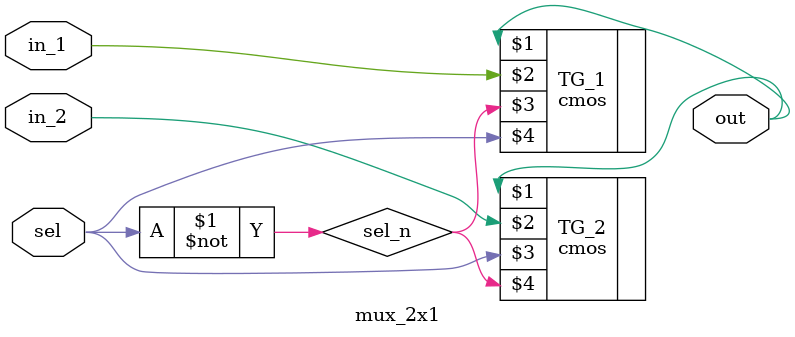
<source format=v>

module mux_2x1(
    input in_1,
    input in_2,
    input sel,
    output out
);
    wire sel_n;

    not n1(sel_n,sel);               // Not for obtaining the compliment of sel 

    cmos TG_1(out, in_1, sel_n, sel);    // Transmission Gate 1
    cmos TG_2(out, in_2, sel, sel_n);    // Transmission Gate 2


endmodule
</source>
